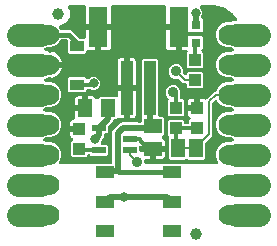
<source format=gbr>
G04 EAGLE Gerber RS-274X export*
G75*
%MOMM*%
%FSLAX34Y34*%
%LPD*%
%INTop Copper*%
%IPPOS*%
%AMOC8*
5,1,8,0,0,1.08239X$1,22.5*%
G01*
%ADD10C,1.000000*%
%ADD11C,1.778000*%
%ADD12C,1.950000*%
%ADD13R,1.000000X4.600000*%
%ADD14R,1.600000X3.400000*%
%ADD15R,1.200000X0.550000*%
%ADD16R,0.800000X0.800000*%
%ADD17R,1.000000X1.075000*%
%ADD18R,1.500000X1.240000*%
%ADD19R,1.240000X1.500000*%
%ADD20R,1.500000X1.000000*%
%ADD21R,1.168400X1.600200*%
%ADD22R,0.635000X0.203200*%
%ADD23R,1.220000X0.910000*%
%ADD24C,0.406400*%
%ADD25C,0.304800*%
%ADD26C,0.800100*%
%ADD27C,0.508000*%
%ADD28C,0.906400*%
%ADD29C,0.203200*%
%ADD30C,0.177800*%

G36*
X52208Y69863D02*
X52208Y69863D01*
X52307Y69866D01*
X52350Y69879D01*
X65532Y69879D01*
X65650Y69894D01*
X65769Y69901D01*
X65807Y69914D01*
X65848Y69919D01*
X65958Y69962D01*
X66071Y69999D01*
X66106Y70021D01*
X66143Y70036D01*
X66239Y70105D01*
X66340Y70169D01*
X66368Y70199D01*
X66401Y70222D01*
X66477Y70314D01*
X66558Y70401D01*
X66578Y70436D01*
X66603Y70467D01*
X66654Y70575D01*
X66712Y70679D01*
X66722Y70719D01*
X66739Y70755D01*
X66761Y70872D01*
X66791Y70987D01*
X66795Y71047D01*
X66799Y71067D01*
X66797Y71088D01*
X66801Y71148D01*
X66801Y98309D01*
X73751Y105259D01*
X74108Y105259D01*
X74207Y105271D01*
X74306Y105274D01*
X74364Y105291D01*
X74424Y105299D01*
X74516Y105335D01*
X74611Y105363D01*
X74663Y105393D01*
X74720Y105416D01*
X74793Y105469D01*
X88365Y105469D01*
X88407Y105436D01*
X88498Y105396D01*
X88585Y105348D01*
X88643Y105333D01*
X88699Y105309D01*
X88797Y105294D01*
X88893Y105269D01*
X88993Y105263D01*
X89013Y105259D01*
X89026Y105261D01*
X89054Y105259D01*
X90417Y105259D01*
X90535Y105274D01*
X90654Y105281D01*
X90692Y105294D01*
X90733Y105299D01*
X90843Y105342D01*
X90956Y105379D01*
X90991Y105401D01*
X91028Y105416D01*
X91124Y105485D01*
X91225Y105549D01*
X91253Y105579D01*
X91286Y105602D01*
X91362Y105694D01*
X91443Y105781D01*
X91463Y105816D01*
X91488Y105847D01*
X91539Y105955D01*
X91597Y106059D01*
X91607Y106099D01*
X91624Y106135D01*
X91646Y106252D01*
X91676Y106367D01*
X91680Y106427D01*
X91684Y106447D01*
X91682Y106468D01*
X91686Y106528D01*
X91686Y109147D01*
X91789Y109250D01*
X91863Y109344D01*
X91941Y109433D01*
X91960Y109469D01*
X91984Y109501D01*
X92032Y109611D01*
X92086Y109717D01*
X92095Y109756D01*
X92111Y109793D01*
X92129Y109911D01*
X92156Y110027D01*
X92154Y110067D01*
X92161Y110107D01*
X92149Y110226D01*
X92146Y110345D01*
X92135Y110384D01*
X92131Y110424D01*
X92121Y110450D01*
X92121Y158187D01*
X93163Y159229D01*
X104637Y159229D01*
X105679Y158187D01*
X105679Y111458D01*
X105694Y111340D01*
X105701Y111221D01*
X105714Y111183D01*
X105719Y111142D01*
X105762Y111032D01*
X105799Y110919D01*
X105821Y110884D01*
X105836Y110847D01*
X105905Y110751D01*
X105969Y110650D01*
X105999Y110622D01*
X106022Y110589D01*
X106114Y110513D01*
X106201Y110432D01*
X106236Y110412D01*
X106267Y110387D01*
X106375Y110336D01*
X106479Y110278D01*
X106519Y110268D01*
X106555Y110251D01*
X106672Y110229D01*
X106787Y110199D01*
X106847Y110195D01*
X106867Y110191D01*
X106888Y110193D01*
X106948Y110189D01*
X109202Y110189D01*
X110244Y109147D01*
X110244Y95273D01*
X108873Y93902D01*
X108791Y93797D01*
X108706Y93696D01*
X108694Y93672D01*
X108678Y93651D01*
X108625Y93529D01*
X108567Y93410D01*
X108562Y93384D01*
X108551Y93359D01*
X108531Y93228D01*
X108504Y93098D01*
X108506Y93072D01*
X108502Y93045D01*
X108514Y92913D01*
X108521Y92781D01*
X108529Y92755D01*
X108531Y92728D01*
X108576Y92603D01*
X108616Y92477D01*
X108630Y92454D01*
X108639Y92429D01*
X108713Y92319D01*
X108783Y92207D01*
X108802Y92188D01*
X108818Y92166D01*
X108917Y92078D01*
X109012Y91986D01*
X109036Y91973D01*
X109056Y91955D01*
X109174Y91895D01*
X109289Y91830D01*
X109325Y91818D01*
X109339Y91811D01*
X109360Y91806D01*
X109442Y91779D01*
X109446Y91777D01*
X110025Y91443D01*
X110498Y90970D01*
X110833Y90391D01*
X111006Y89744D01*
X111006Y85749D01*
X102235Y85749D01*
X102117Y85734D01*
X101998Y85727D01*
X101960Y85714D01*
X101920Y85709D01*
X101809Y85665D01*
X101696Y85629D01*
X101661Y85607D01*
X101624Y85592D01*
X101528Y85522D01*
X101427Y85459D01*
X101399Y85429D01*
X101367Y85405D01*
X101291Y85314D01*
X101209Y85227D01*
X101190Y85192D01*
X101164Y85160D01*
X101113Y85053D01*
X101056Y84949D01*
X101045Y84909D01*
X101028Y84873D01*
X101006Y84756D01*
X100976Y84641D01*
X100972Y84580D01*
X100968Y84560D01*
X100970Y84540D01*
X100966Y84480D01*
X100966Y83209D01*
X100964Y83209D01*
X100964Y84480D01*
X100949Y84598D01*
X100942Y84717D01*
X100929Y84755D01*
X100924Y84795D01*
X100880Y84906D01*
X100844Y85019D01*
X100822Y85054D01*
X100807Y85091D01*
X100737Y85187D01*
X100674Y85288D01*
X100644Y85316D01*
X100620Y85348D01*
X100529Y85424D01*
X100442Y85506D01*
X100407Y85525D01*
X100375Y85551D01*
X100268Y85602D01*
X100164Y85659D01*
X100124Y85670D01*
X100088Y85687D01*
X99971Y85709D01*
X99856Y85739D01*
X99795Y85743D01*
X99775Y85747D01*
X99755Y85745D01*
X99695Y85749D01*
X90629Y85749D01*
X90511Y85734D01*
X90392Y85727D01*
X90354Y85714D01*
X90313Y85709D01*
X90203Y85665D01*
X90090Y85629D01*
X90055Y85607D01*
X90018Y85592D01*
X89922Y85522D01*
X89821Y85459D01*
X89793Y85429D01*
X89760Y85405D01*
X89684Y85314D01*
X89603Y85227D01*
X89583Y85192D01*
X89558Y85160D01*
X89507Y85053D01*
X89449Y84949D01*
X89439Y84909D01*
X89422Y84873D01*
X89400Y84756D01*
X89370Y84641D01*
X89366Y84580D01*
X89362Y84560D01*
X89364Y84540D01*
X89360Y84480D01*
X89360Y81940D01*
X89375Y81822D01*
X89382Y81703D01*
X89395Y81665D01*
X89400Y81625D01*
X89443Y81514D01*
X89480Y81401D01*
X89502Y81366D01*
X89517Y81329D01*
X89586Y81233D01*
X89650Y81132D01*
X89680Y81104D01*
X89703Y81071D01*
X89795Y80996D01*
X89882Y80914D01*
X89917Y80894D01*
X89948Y80869D01*
X90056Y80818D01*
X90160Y80760D01*
X90200Y80750D01*
X90236Y80733D01*
X90353Y80711D01*
X90468Y80681D01*
X90528Y80677D01*
X90548Y80673D01*
X90569Y80675D01*
X90629Y80671D01*
X98426Y80671D01*
X98426Y74469D01*
X95210Y74469D01*
X95092Y74454D01*
X94973Y74447D01*
X94935Y74434D01*
X94894Y74429D01*
X94784Y74386D01*
X94671Y74349D01*
X94636Y74327D01*
X94599Y74312D01*
X94503Y74243D01*
X94402Y74179D01*
X94374Y74149D01*
X94341Y74126D01*
X94265Y74034D01*
X94184Y73947D01*
X94164Y73912D01*
X94139Y73881D01*
X94088Y73773D01*
X94030Y73669D01*
X94020Y73629D01*
X94003Y73593D01*
X93981Y73476D01*
X93951Y73361D01*
X93947Y73301D01*
X93943Y73281D01*
X93945Y73260D01*
X93941Y73200D01*
X93941Y71120D01*
X93956Y71002D01*
X93963Y70883D01*
X93976Y70845D01*
X93981Y70804D01*
X94024Y70694D01*
X94061Y70581D01*
X94083Y70546D01*
X94098Y70509D01*
X94167Y70413D01*
X94231Y70312D01*
X94261Y70284D01*
X94284Y70251D01*
X94376Y70176D01*
X94463Y70094D01*
X94498Y70074D01*
X94529Y70049D01*
X94637Y69998D01*
X94741Y69940D01*
X94781Y69930D01*
X94817Y69913D01*
X94934Y69891D01*
X95049Y69861D01*
X95109Y69857D01*
X95129Y69853D01*
X95150Y69855D01*
X95210Y69851D01*
X108110Y69851D01*
X108208Y69863D01*
X108307Y69866D01*
X108350Y69879D01*
X125461Y69879D01*
X125530Y69861D01*
X125630Y69855D01*
X125650Y69851D01*
X125662Y69853D01*
X125690Y69851D01*
X155202Y69851D01*
X155340Y69868D01*
X155479Y69881D01*
X155498Y69888D01*
X155518Y69891D01*
X155647Y69942D01*
X155778Y69989D01*
X155795Y70000D01*
X155813Y70008D01*
X155925Y70089D01*
X156041Y70167D01*
X156054Y70183D01*
X156071Y70194D01*
X156159Y70302D01*
X156251Y70406D01*
X156261Y70424D01*
X156274Y70439D01*
X156333Y70565D01*
X156396Y70689D01*
X156400Y70709D01*
X156409Y70727D01*
X156435Y70864D01*
X156466Y70999D01*
X156465Y71020D01*
X156469Y71040D01*
X156460Y71178D01*
X156456Y71317D01*
X156450Y71337D01*
X156449Y71357D01*
X156406Y71489D01*
X156368Y71623D01*
X156357Y71640D01*
X156351Y71659D01*
X156277Y71777D01*
X156206Y71897D01*
X156187Y71918D01*
X156181Y71928D01*
X156166Y71942D01*
X156100Y72018D01*
X156055Y72062D01*
X154431Y75983D01*
X154431Y80227D01*
X156055Y84148D01*
X159057Y87150D01*
X162978Y88774D01*
X166728Y88774D01*
X166737Y88775D01*
X166747Y88774D01*
X166895Y88795D01*
X167044Y88814D01*
X167052Y88817D01*
X167061Y88818D01*
X167214Y88870D01*
X169053Y89632D01*
X169174Y89701D01*
X169297Y89766D01*
X169312Y89780D01*
X169330Y89790D01*
X169429Y89886D01*
X169532Y89980D01*
X169544Y89997D01*
X169558Y90011D01*
X169631Y90130D01*
X169707Y90246D01*
X169714Y90265D01*
X169724Y90282D01*
X169765Y90415D01*
X169810Y90547D01*
X169812Y90567D01*
X169818Y90586D01*
X169825Y90725D01*
X169836Y90864D01*
X169832Y90884D01*
X169833Y90904D01*
X169805Y91040D01*
X169781Y91177D01*
X169773Y91196D01*
X169769Y91215D01*
X169708Y91341D01*
X169651Y91467D01*
X169638Y91483D01*
X169629Y91501D01*
X169539Y91607D01*
X169452Y91715D01*
X169436Y91728D01*
X169423Y91743D01*
X169309Y91823D01*
X169198Y91907D01*
X169173Y91919D01*
X169163Y91926D01*
X169144Y91933D01*
X169053Y91978D01*
X167214Y92740D01*
X167205Y92742D01*
X167197Y92747D01*
X167052Y92784D01*
X166907Y92824D01*
X166898Y92824D01*
X166889Y92826D01*
X166728Y92836D01*
X162978Y92836D01*
X159057Y94460D01*
X156055Y97462D01*
X154431Y101383D01*
X154431Y105627D01*
X156055Y109548D01*
X159057Y112550D01*
X162978Y114174D01*
X166728Y114174D01*
X166737Y114175D01*
X166747Y114174D01*
X166895Y114195D01*
X167044Y114214D01*
X167052Y114217D01*
X167061Y114218D01*
X167214Y114270D01*
X169053Y115032D01*
X169174Y115101D01*
X169297Y115166D01*
X169312Y115180D01*
X169330Y115190D01*
X169429Y115286D01*
X169532Y115380D01*
X169544Y115397D01*
X169558Y115411D01*
X169631Y115530D01*
X169707Y115646D01*
X169714Y115665D01*
X169724Y115682D01*
X169765Y115815D01*
X169810Y115947D01*
X169812Y115967D01*
X169818Y115986D01*
X169825Y116125D01*
X169836Y116264D01*
X169832Y116284D01*
X169833Y116304D01*
X169805Y116440D01*
X169781Y116577D01*
X169773Y116596D01*
X169769Y116615D01*
X169708Y116741D01*
X169651Y116867D01*
X169638Y116883D01*
X169629Y116901D01*
X169539Y117007D01*
X169452Y117115D01*
X169436Y117128D01*
X169423Y117143D01*
X169309Y117223D01*
X169198Y117307D01*
X169173Y117319D01*
X169163Y117326D01*
X169144Y117333D01*
X169053Y117378D01*
X167214Y118140D01*
X167205Y118142D01*
X167197Y118147D01*
X167052Y118184D01*
X166907Y118224D01*
X166898Y118224D01*
X166889Y118226D01*
X166728Y118236D01*
X162978Y118236D01*
X159057Y119860D01*
X156055Y122862D01*
X155605Y123950D01*
X155580Y123993D01*
X155563Y124040D01*
X155502Y124131D01*
X155447Y124226D01*
X155412Y124262D01*
X155385Y124303D01*
X155302Y124376D01*
X155226Y124455D01*
X155183Y124481D01*
X155146Y124514D01*
X155048Y124563D01*
X154955Y124621D01*
X154907Y124636D01*
X154863Y124658D01*
X154756Y124682D01*
X154651Y124715D01*
X154601Y124717D01*
X154553Y124728D01*
X154443Y124724D01*
X154333Y124730D01*
X154285Y124720D01*
X154235Y124718D01*
X154129Y124688D01*
X154022Y124665D01*
X153977Y124644D01*
X153929Y124630D01*
X153835Y124574D01*
X153736Y124526D01*
X153698Y124493D01*
X153655Y124468D01*
X153535Y124362D01*
X151629Y122457D01*
X151569Y122378D01*
X151501Y122306D01*
X151472Y122253D01*
X151435Y122205D01*
X151395Y122115D01*
X151347Y122028D01*
X151332Y121969D01*
X151308Y121914D01*
X151293Y121816D01*
X151268Y121720D01*
X151262Y121620D01*
X151258Y121599D01*
X151260Y121587D01*
X151258Y121559D01*
X151258Y94145D01*
X145152Y88040D01*
X145092Y87961D01*
X145024Y87889D01*
X144995Y87836D01*
X144958Y87788D01*
X144918Y87697D01*
X144870Y87611D01*
X144855Y87552D01*
X144831Y87497D01*
X144816Y87399D01*
X144791Y87303D01*
X144785Y87203D01*
X144781Y87183D01*
X144783Y87170D01*
X144781Y87142D01*
X144781Y75082D01*
X143739Y74040D01*
X130581Y74040D01*
X130437Y74184D01*
X130343Y74257D01*
X130254Y74336D01*
X130218Y74354D01*
X130186Y74379D01*
X130077Y74426D01*
X129971Y74480D01*
X129931Y74489D01*
X129894Y74505D01*
X129777Y74524D01*
X129661Y74550D01*
X129620Y74549D01*
X129580Y74555D01*
X129461Y74544D01*
X129343Y74540D01*
X129304Y74529D01*
X129264Y74525D01*
X129151Y74485D01*
X129037Y74452D01*
X129002Y74431D01*
X128964Y74418D01*
X128866Y74351D01*
X128763Y74290D01*
X128718Y74251D01*
X128701Y74239D01*
X128688Y74224D01*
X128642Y74184D01*
X128499Y74040D01*
X115341Y74040D01*
X114299Y75082D01*
X114299Y92581D01*
X114365Y92655D01*
X114383Y92691D01*
X114408Y92723D01*
X114455Y92832D01*
X114509Y92938D01*
X114518Y92977D01*
X114534Y93015D01*
X114553Y93132D01*
X114579Y93248D01*
X114578Y93289D01*
X114584Y93329D01*
X114573Y93447D01*
X114569Y93566D01*
X114558Y93605D01*
X114554Y93645D01*
X114514Y93757D01*
X114481Y93872D01*
X114460Y93906D01*
X114447Y93945D01*
X114380Y94043D01*
X114319Y94146D01*
X114280Y94191D01*
X114268Y94208D01*
X114253Y94221D01*
X114213Y94266D01*
X113871Y94608D01*
X113871Y106832D01*
X114913Y107874D01*
X126387Y107874D01*
X127429Y106832D01*
X127429Y105292D01*
X127444Y105174D01*
X127451Y105055D01*
X127464Y105017D01*
X127469Y104976D01*
X127512Y104866D01*
X127549Y104753D01*
X127571Y104718D01*
X127586Y104681D01*
X127655Y104585D01*
X127719Y104484D01*
X127749Y104456D01*
X127772Y104423D01*
X127864Y104347D01*
X127951Y104266D01*
X127986Y104246D01*
X128017Y104221D01*
X128125Y104170D01*
X128229Y104112D01*
X128269Y104102D01*
X128305Y104085D01*
X128422Y104063D01*
X128537Y104033D01*
X128597Y104029D01*
X128617Y104025D01*
X128638Y104027D01*
X128698Y104023D01*
X130382Y104023D01*
X130500Y104038D01*
X130619Y104045D01*
X130657Y104058D01*
X130698Y104063D01*
X130808Y104106D01*
X130921Y104143D01*
X130956Y104165D01*
X130993Y104180D01*
X131089Y104249D01*
X131190Y104313D01*
X131218Y104343D01*
X131251Y104366D01*
X131327Y104458D01*
X131408Y104545D01*
X131428Y104580D01*
X131453Y104611D01*
X131504Y104719D01*
X131562Y104823D01*
X131572Y104863D01*
X131589Y104899D01*
X131611Y105016D01*
X131641Y105131D01*
X131645Y105191D01*
X131649Y105211D01*
X131647Y105232D01*
X131651Y105292D01*
X131651Y106832D01*
X132768Y107949D01*
X132845Y108048D01*
X132927Y108143D01*
X132942Y108173D01*
X132963Y108200D01*
X133013Y108315D01*
X133069Y108428D01*
X133076Y108461D01*
X133089Y108492D01*
X133109Y108616D01*
X133135Y108739D01*
X133134Y108772D01*
X133139Y108806D01*
X133127Y108931D01*
X133122Y109057D01*
X133112Y109089D01*
X133109Y109122D01*
X133067Y109241D01*
X133031Y109361D01*
X133013Y109390D01*
X133002Y109422D01*
X132931Y109526D01*
X132866Y109633D01*
X132842Y109657D01*
X132823Y109685D01*
X132729Y109768D01*
X132639Y109856D01*
X132598Y109883D01*
X132585Y109895D01*
X132565Y109905D01*
X132505Y109945D01*
X131870Y110312D01*
X131397Y110785D01*
X131062Y111364D01*
X130889Y112011D01*
X130889Y115221D01*
X137200Y115221D01*
X137318Y115236D01*
X137437Y115243D01*
X137475Y115255D01*
X137515Y115261D01*
X137626Y115304D01*
X137739Y115341D01*
X137773Y115363D01*
X137811Y115378D01*
X137907Y115447D01*
X138008Y115511D01*
X138036Y115541D01*
X138068Y115564D01*
X138144Y115656D01*
X138226Y115743D01*
X138245Y115778D01*
X138271Y115809D01*
X138322Y115917D01*
X138379Y116021D01*
X138389Y116061D01*
X138407Y116097D01*
X138429Y116214D01*
X138459Y116329D01*
X138463Y116389D01*
X138466Y116409D01*
X138465Y116430D01*
X138469Y116490D01*
X138469Y117681D01*
X139660Y117681D01*
X139778Y117696D01*
X139897Y117703D01*
X139935Y117716D01*
X139976Y117721D01*
X140086Y117765D01*
X140199Y117801D01*
X140234Y117823D01*
X140271Y117838D01*
X140367Y117908D01*
X140468Y117971D01*
X140496Y118001D01*
X140529Y118025D01*
X140605Y118116D01*
X140686Y118203D01*
X140706Y118238D01*
X140731Y118270D01*
X140782Y118377D01*
X140840Y118482D01*
X140850Y118521D01*
X140867Y118557D01*
X140889Y118674D01*
X140919Y118790D01*
X140923Y118850D01*
X140927Y118870D01*
X140925Y118890D01*
X140929Y118950D01*
X140929Y125636D01*
X143764Y125636D01*
X144411Y125463D01*
X145007Y125118D01*
X145069Y125070D01*
X145158Y124991D01*
X145194Y124973D01*
X145226Y124948D01*
X145336Y124901D01*
X145442Y124847D01*
X145481Y124838D01*
X145518Y124822D01*
X145636Y124803D01*
X145752Y124777D01*
X145792Y124778D01*
X145832Y124772D01*
X145951Y124783D01*
X146070Y124787D01*
X146109Y124798D01*
X146149Y124802D01*
X146261Y124842D01*
X146375Y124875D01*
X146410Y124895D01*
X146448Y124909D01*
X146547Y124976D01*
X146649Y125037D01*
X146694Y125076D01*
X146711Y125088D01*
X146725Y125103D01*
X146770Y125143D01*
X153200Y131573D01*
X153809Y131573D01*
X153838Y131576D01*
X153868Y131574D01*
X153996Y131596D01*
X154125Y131613D01*
X154152Y131623D01*
X154181Y131628D01*
X154300Y131682D01*
X154420Y131730D01*
X154444Y131747D01*
X154471Y131759D01*
X154573Y131840D01*
X154678Y131916D01*
X154697Y131939D01*
X154720Y131958D01*
X154798Y132061D01*
X154881Y132161D01*
X154893Y132188D01*
X154911Y132212D01*
X154982Y132356D01*
X156055Y134948D01*
X159057Y137950D01*
X162978Y139574D01*
X166728Y139574D01*
X166737Y139575D01*
X166747Y139574D01*
X166895Y139595D01*
X167044Y139614D01*
X167052Y139617D01*
X167061Y139618D01*
X167214Y139670D01*
X169053Y140432D01*
X169174Y140501D01*
X169297Y140566D01*
X169312Y140580D01*
X169330Y140590D01*
X169429Y140686D01*
X169532Y140780D01*
X169544Y140797D01*
X169558Y140811D01*
X169631Y140930D01*
X169707Y141046D01*
X169714Y141065D01*
X169724Y141082D01*
X169765Y141215D01*
X169810Y141347D01*
X169812Y141367D01*
X169818Y141386D01*
X169825Y141525D01*
X169836Y141664D01*
X169832Y141684D01*
X169833Y141704D01*
X169805Y141840D01*
X169781Y141977D01*
X169773Y141996D01*
X169769Y142015D01*
X169708Y142141D01*
X169651Y142267D01*
X169638Y142283D01*
X169629Y142301D01*
X169539Y142407D01*
X169452Y142515D01*
X169436Y142528D01*
X169423Y142543D01*
X169309Y142623D01*
X169198Y142707D01*
X169173Y142719D01*
X169163Y142726D01*
X169144Y142733D01*
X169053Y142778D01*
X167214Y143540D01*
X167205Y143542D01*
X167197Y143547D01*
X167052Y143584D01*
X166907Y143624D01*
X166898Y143624D01*
X166889Y143626D01*
X166728Y143636D01*
X162978Y143636D01*
X159057Y145260D01*
X156055Y148262D01*
X154431Y152183D01*
X154431Y156427D01*
X156055Y160348D01*
X159057Y163350D01*
X162978Y164974D01*
X166728Y164974D01*
X166737Y164975D01*
X166747Y164974D01*
X166895Y164995D01*
X167044Y165014D01*
X167052Y165017D01*
X167061Y165018D01*
X167214Y165070D01*
X169053Y165832D01*
X169174Y165901D01*
X169297Y165966D01*
X169312Y165980D01*
X169330Y165990D01*
X169429Y166086D01*
X169532Y166180D01*
X169544Y166197D01*
X169558Y166211D01*
X169631Y166330D01*
X169707Y166446D01*
X169714Y166465D01*
X169724Y166482D01*
X169765Y166615D01*
X169810Y166747D01*
X169812Y166767D01*
X169818Y166786D01*
X169825Y166925D01*
X169836Y167064D01*
X169832Y167084D01*
X169833Y167104D01*
X169805Y167240D01*
X169781Y167377D01*
X169773Y167396D01*
X169769Y167415D01*
X169708Y167541D01*
X169651Y167667D01*
X169638Y167683D01*
X169629Y167701D01*
X169539Y167807D01*
X169452Y167915D01*
X169436Y167928D01*
X169423Y167943D01*
X169309Y168023D01*
X169198Y168107D01*
X169173Y168119D01*
X169163Y168126D01*
X169144Y168133D01*
X169053Y168178D01*
X167214Y168940D01*
X167205Y168942D01*
X167197Y168947D01*
X167052Y168984D01*
X166907Y169024D01*
X166898Y169024D01*
X166889Y169026D01*
X166728Y169036D01*
X162978Y169036D01*
X159057Y170660D01*
X156055Y173662D01*
X154431Y177583D01*
X154431Y181827D01*
X156055Y185748D01*
X159057Y188750D01*
X162978Y190374D01*
X166728Y190374D01*
X166737Y190375D01*
X166747Y190374D01*
X166895Y190395D01*
X167044Y190414D01*
X167052Y190417D01*
X167061Y190418D01*
X167214Y190470D01*
X169057Y191234D01*
X170844Y191234D01*
X170883Y191239D01*
X170923Y191236D01*
X171041Y191259D01*
X171159Y191274D01*
X171196Y191288D01*
X171236Y191296D01*
X171344Y191347D01*
X171455Y191391D01*
X171487Y191414D01*
X171523Y191431D01*
X171616Y191507D01*
X171713Y191577D01*
X171738Y191608D01*
X171769Y191633D01*
X171839Y191730D01*
X171915Y191822D01*
X171932Y191858D01*
X171956Y191891D01*
X172000Y192002D01*
X172051Y192110D01*
X172058Y192149D01*
X172073Y192186D01*
X172088Y192305D01*
X172111Y192422D01*
X172108Y192462D01*
X172113Y192502D01*
X172098Y192621D01*
X172091Y192740D01*
X172079Y192778D01*
X172074Y192817D01*
X172030Y192929D01*
X171993Y193042D01*
X171972Y193076D01*
X171957Y193113D01*
X171871Y193249D01*
X168693Y197622D01*
X168612Y197709D01*
X168536Y197801D01*
X168490Y197839D01*
X168476Y197854D01*
X168458Y197865D01*
X168412Y197903D01*
X166805Y199071D01*
X162948Y201874D01*
X162844Y201931D01*
X162744Y201995D01*
X162687Y202017D01*
X162669Y202027D01*
X162649Y202032D01*
X162594Y202054D01*
X156170Y204141D01*
X156102Y204154D01*
X156036Y204177D01*
X155877Y204200D01*
X152500Y204465D01*
X152478Y204464D01*
X152400Y204469D01*
X142048Y204469D01*
X141910Y204452D01*
X141772Y204439D01*
X141753Y204432D01*
X141732Y204429D01*
X141603Y204378D01*
X141472Y204331D01*
X141456Y204320D01*
X141437Y204312D01*
X141325Y204231D01*
X141209Y204153D01*
X141196Y204137D01*
X141179Y204126D01*
X141091Y204018D01*
X140999Y203914D01*
X140990Y203896D01*
X140977Y203881D01*
X140917Y203755D01*
X140854Y203631D01*
X140850Y203611D01*
X140841Y203593D01*
X140815Y203456D01*
X140785Y203321D01*
X140785Y203300D01*
X140781Y203281D01*
X140790Y203142D01*
X140794Y203003D01*
X140800Y202983D01*
X140801Y202963D01*
X140844Y202831D01*
X140883Y202697D01*
X140893Y202680D01*
X140899Y202661D01*
X140973Y202543D01*
X141044Y202423D01*
X141063Y202402D01*
X141069Y202392D01*
X141084Y202378D01*
X141151Y202303D01*
X142059Y201394D01*
X142939Y199270D01*
X142939Y196970D01*
X142210Y195211D01*
X142208Y195202D01*
X142203Y195194D01*
X142166Y195048D01*
X142126Y194904D01*
X142126Y194895D01*
X142124Y194886D01*
X142114Y194725D01*
X142114Y194562D01*
X142126Y194464D01*
X142129Y194365D01*
X142146Y194307D01*
X142154Y194247D01*
X142190Y194155D01*
X142218Y194060D01*
X142248Y194008D01*
X142271Y193951D01*
X142329Y193871D01*
X142379Y193786D01*
X142445Y193711D01*
X142457Y193694D01*
X142467Y193686D01*
X142485Y193665D01*
X143574Y192577D01*
X143574Y183103D01*
X142532Y182061D01*
X134710Y182061D01*
X134592Y182046D01*
X134473Y182039D01*
X134435Y182026D01*
X134394Y182021D01*
X134284Y181978D01*
X134171Y181941D01*
X134136Y181919D01*
X134099Y181904D01*
X134002Y181835D01*
X133902Y181771D01*
X133874Y181741D01*
X133841Y181718D01*
X133765Y181626D01*
X133684Y181539D01*
X133664Y181504D01*
X133639Y181473D01*
X133588Y181365D01*
X133530Y181261D01*
X133520Y181221D01*
X133503Y181185D01*
X133481Y181068D01*
X133451Y180953D01*
X133447Y180893D01*
X133443Y180873D01*
X133445Y180852D01*
X133441Y180792D01*
X133441Y179888D01*
X133456Y179770D01*
X133463Y179651D01*
X133475Y179613D01*
X133481Y179572D01*
X133524Y179462D01*
X133561Y179349D01*
X133583Y179314D01*
X133598Y179277D01*
X133667Y179181D01*
X133731Y179080D01*
X133761Y179052D01*
X133784Y179019D01*
X133876Y178943D01*
X133963Y178862D01*
X133998Y178842D01*
X134029Y178817D01*
X134137Y178766D01*
X134241Y178708D01*
X134281Y178698D01*
X134317Y178681D01*
X134434Y178659D01*
X134549Y178629D01*
X134609Y178625D01*
X134629Y178621D01*
X134650Y178623D01*
X134710Y178619D01*
X142532Y178619D01*
X143574Y177577D01*
X143574Y168103D01*
X142520Y167050D01*
X142448Y166956D01*
X142369Y166867D01*
X142350Y166831D01*
X142326Y166799D01*
X142278Y166690D01*
X142224Y166583D01*
X142215Y166544D01*
X142199Y166507D01*
X142181Y166389D01*
X142154Y166273D01*
X142156Y166233D01*
X142149Y166193D01*
X142161Y166074D01*
X142164Y165955D01*
X142175Y165916D01*
X142179Y165876D01*
X142219Y165764D01*
X142253Y165650D01*
X142273Y165615D01*
X142287Y165577D01*
X142354Y165478D01*
X142414Y165376D01*
X142454Y165331D01*
X142465Y165314D01*
X142481Y165300D01*
X142520Y165255D01*
X143304Y164472D01*
X143304Y152248D01*
X142262Y151206D01*
X130788Y151206D01*
X129746Y152248D01*
X129746Y164472D01*
X130017Y164742D01*
X130102Y164852D01*
X130191Y164959D01*
X130200Y164978D01*
X130212Y164994D01*
X130267Y165122D01*
X130326Y165247D01*
X130330Y165267D01*
X130338Y165286D01*
X130360Y165424D01*
X130386Y165560D01*
X130385Y165580D01*
X130388Y165600D01*
X130375Y165739D01*
X130366Y165877D01*
X130360Y165896D01*
X130358Y165916D01*
X130311Y166047D01*
X130268Y166179D01*
X130258Y166197D01*
X130251Y166216D01*
X130173Y166330D01*
X130098Y166448D01*
X130084Y166462D01*
X130072Y166479D01*
X129968Y166571D01*
X129867Y166666D01*
X129849Y166676D01*
X129834Y166689D01*
X129710Y166752D01*
X129588Y166820D01*
X129569Y166825D01*
X129551Y166834D01*
X129415Y166864D01*
X129280Y166899D01*
X129252Y166901D01*
X129240Y166904D01*
X129220Y166903D01*
X129120Y166909D01*
X125439Y166909D01*
X125439Y185180D01*
X125424Y185298D01*
X125417Y185417D01*
X125404Y185455D01*
X125399Y185495D01*
X125355Y185606D01*
X125319Y185719D01*
X125297Y185754D01*
X125282Y185791D01*
X125212Y185887D01*
X125149Y185988D01*
X125119Y186016D01*
X125095Y186048D01*
X125004Y186124D01*
X124917Y186206D01*
X124882Y186225D01*
X124850Y186251D01*
X124743Y186302D01*
X124639Y186359D01*
X124599Y186370D01*
X124563Y186387D01*
X124446Y186409D01*
X124331Y186439D01*
X124270Y186443D01*
X124250Y186447D01*
X124230Y186445D01*
X124170Y186449D01*
X122899Y186449D01*
X122899Y187720D01*
X122884Y187838D01*
X122877Y187957D01*
X122864Y187995D01*
X122859Y188035D01*
X122815Y188146D01*
X122779Y188259D01*
X122757Y188294D01*
X122742Y188331D01*
X122672Y188427D01*
X122609Y188528D01*
X122579Y188556D01*
X122555Y188588D01*
X122464Y188664D01*
X122377Y188746D01*
X122342Y188765D01*
X122310Y188791D01*
X122203Y188842D01*
X122099Y188899D01*
X122059Y188910D01*
X122023Y188927D01*
X121906Y188949D01*
X121791Y188979D01*
X121730Y188983D01*
X121710Y188987D01*
X121690Y188985D01*
X121630Y188989D01*
X112359Y188989D01*
X112359Y203200D01*
X112344Y203318D01*
X112337Y203437D01*
X112324Y203475D01*
X112319Y203516D01*
X112276Y203626D01*
X112239Y203739D01*
X112217Y203774D01*
X112202Y203811D01*
X112133Y203907D01*
X112069Y204008D01*
X112039Y204036D01*
X112016Y204069D01*
X111924Y204145D01*
X111837Y204226D01*
X111802Y204246D01*
X111771Y204271D01*
X111663Y204322D01*
X111559Y204380D01*
X111519Y204390D01*
X111483Y204407D01*
X111366Y204429D01*
X111251Y204459D01*
X111191Y204463D01*
X111171Y204467D01*
X111150Y204465D01*
X111090Y204469D01*
X66710Y204469D01*
X66592Y204454D01*
X66473Y204447D01*
X66435Y204434D01*
X66394Y204429D01*
X66284Y204386D01*
X66171Y204349D01*
X66136Y204327D01*
X66099Y204312D01*
X66003Y204243D01*
X65902Y204179D01*
X65874Y204149D01*
X65841Y204126D01*
X65765Y204034D01*
X65684Y203947D01*
X65664Y203912D01*
X65639Y203881D01*
X65588Y203773D01*
X65530Y203669D01*
X65520Y203629D01*
X65503Y203593D01*
X65481Y203476D01*
X65451Y203361D01*
X65447Y203301D01*
X65443Y203281D01*
X65445Y203260D01*
X65441Y203200D01*
X65441Y188989D01*
X56170Y188989D01*
X56052Y188974D01*
X55933Y188967D01*
X55895Y188954D01*
X55855Y188949D01*
X55744Y188905D01*
X55631Y188869D01*
X55596Y188847D01*
X55559Y188832D01*
X55463Y188762D01*
X55362Y188699D01*
X55334Y188669D01*
X55302Y188645D01*
X55226Y188554D01*
X55144Y188467D01*
X55125Y188432D01*
X55099Y188400D01*
X55048Y188293D01*
X54991Y188189D01*
X54980Y188149D01*
X54963Y188113D01*
X54941Y187996D01*
X54911Y187881D01*
X54907Y187820D01*
X54903Y187800D01*
X54905Y187780D01*
X54901Y187720D01*
X54901Y186449D01*
X54899Y186449D01*
X54899Y187720D01*
X54884Y187838D01*
X54877Y187957D01*
X54864Y187995D01*
X54859Y188035D01*
X54815Y188146D01*
X54779Y188259D01*
X54757Y188294D01*
X54742Y188331D01*
X54672Y188427D01*
X54609Y188528D01*
X54579Y188556D01*
X54555Y188588D01*
X54464Y188664D01*
X54377Y188746D01*
X54342Y188765D01*
X54310Y188791D01*
X54203Y188842D01*
X54099Y188899D01*
X54059Y188910D01*
X54023Y188927D01*
X53906Y188949D01*
X53791Y188979D01*
X53730Y188983D01*
X53710Y188987D01*
X53690Y188985D01*
X53630Y188989D01*
X44359Y188989D01*
X44359Y203200D01*
X44344Y203318D01*
X44337Y203437D01*
X44324Y203475D01*
X44319Y203516D01*
X44276Y203626D01*
X44239Y203739D01*
X44217Y203774D01*
X44202Y203811D01*
X44133Y203907D01*
X44069Y204008D01*
X44039Y204036D01*
X44016Y204069D01*
X43924Y204145D01*
X43837Y204226D01*
X43802Y204246D01*
X43771Y204271D01*
X43663Y204322D01*
X43559Y204380D01*
X43519Y204390D01*
X43483Y204407D01*
X43366Y204429D01*
X43251Y204459D01*
X43191Y204463D01*
X43171Y204467D01*
X43150Y204465D01*
X43090Y204469D01*
X30568Y204469D01*
X30437Y204453D01*
X30305Y204442D01*
X30280Y204433D01*
X30253Y204429D01*
X30130Y204381D01*
X30005Y204337D01*
X29982Y204322D01*
X29957Y204312D01*
X29850Y204235D01*
X29740Y204161D01*
X29722Y204141D01*
X29700Y204126D01*
X29615Y204023D01*
X29527Y203925D01*
X29514Y203901D01*
X29497Y203881D01*
X29441Y203761D01*
X29379Y203644D01*
X29373Y203617D01*
X29362Y203593D01*
X29337Y203463D01*
X29306Y203334D01*
X29307Y203307D01*
X29302Y203281D01*
X29310Y203149D01*
X29313Y203016D01*
X29320Y202990D01*
X29321Y202963D01*
X29362Y202837D01*
X29398Y202710D01*
X29415Y202675D01*
X29420Y202661D01*
X29431Y202642D01*
X29469Y202565D01*
X30869Y200141D01*
X30869Y194829D01*
X28212Y190228D01*
X23611Y187571D01*
X22889Y187571D01*
X22840Y187565D01*
X22790Y187567D01*
X22683Y187545D01*
X22573Y187531D01*
X22527Y187513D01*
X22479Y187503D01*
X22380Y187455D01*
X22278Y187414D01*
X22238Y187385D01*
X22193Y187363D01*
X22109Y187292D01*
X22020Y187228D01*
X21989Y187189D01*
X21951Y187157D01*
X21888Y187067D01*
X21818Y186983D01*
X21796Y186938D01*
X21768Y186897D01*
X21729Y186794D01*
X21682Y186695D01*
X21673Y186646D01*
X21655Y186600D01*
X21643Y186490D01*
X21622Y186383D01*
X21625Y186333D01*
X21620Y186284D01*
X21635Y186175D01*
X21642Y186065D01*
X21657Y186018D01*
X21664Y185969D01*
X21716Y185816D01*
X22345Y184299D01*
X22359Y184274D01*
X22368Y184246D01*
X22438Y184136D01*
X22502Y184023D01*
X22523Y184002D01*
X22539Y183977D01*
X22633Y183888D01*
X22724Y183795D01*
X22749Y183779D01*
X22770Y183759D01*
X22884Y183696D01*
X22995Y183628D01*
X23023Y183620D01*
X23049Y183605D01*
X23174Y183573D01*
X23299Y183535D01*
X23328Y183533D01*
X23357Y183526D01*
X23517Y183516D01*
X31423Y183516D01*
X38194Y176745D01*
X38272Y176685D01*
X38344Y176617D01*
X38397Y176588D01*
X38445Y176551D01*
X38536Y176511D01*
X38623Y176463D01*
X38681Y176448D01*
X38737Y176424D01*
X38835Y176409D01*
X38931Y176384D01*
X39031Y176378D01*
X39051Y176374D01*
X39063Y176376D01*
X39091Y176374D01*
X43090Y176374D01*
X43208Y176389D01*
X43327Y176396D01*
X43365Y176409D01*
X43406Y176414D01*
X43516Y176457D01*
X43629Y176494D01*
X43664Y176516D01*
X43701Y176531D01*
X43797Y176600D01*
X43898Y176664D01*
X43926Y176694D01*
X43959Y176717D01*
X44035Y176809D01*
X44116Y176896D01*
X44136Y176931D01*
X44161Y176962D01*
X44212Y177070D01*
X44270Y177174D01*
X44280Y177214D01*
X44297Y177250D01*
X44319Y177367D01*
X44349Y177482D01*
X44353Y177542D01*
X44357Y177562D01*
X44355Y177583D01*
X44359Y177643D01*
X44359Y183911D01*
X52361Y183911D01*
X52361Y166909D01*
X46566Y166909D01*
X46307Y166979D01*
X46182Y166996D01*
X46058Y167019D01*
X46025Y167017D01*
X45991Y167022D01*
X45866Y167007D01*
X45741Y167000D01*
X45709Y166989D01*
X45676Y166985D01*
X45558Y166940D01*
X45439Y166902D01*
X45410Y166884D01*
X45379Y166871D01*
X45276Y166799D01*
X45170Y166731D01*
X45147Y166707D01*
X45119Y166687D01*
X45038Y166591D01*
X44952Y166500D01*
X44936Y166470D01*
X44914Y166445D01*
X44859Y166331D01*
X44798Y166221D01*
X44790Y166189D01*
X44775Y166158D01*
X44750Y166035D01*
X44719Y165913D01*
X44716Y165865D01*
X44712Y165847D01*
X44713Y165825D01*
X44709Y165753D01*
X44709Y164758D01*
X43667Y163716D01*
X29993Y163716D01*
X28951Y164758D01*
X28951Y174625D01*
X28936Y174743D01*
X28929Y174862D01*
X28916Y174900D01*
X28911Y174941D01*
X28868Y175051D01*
X28831Y175164D01*
X28809Y175199D01*
X28794Y175236D01*
X28725Y175332D01*
X28661Y175433D01*
X28631Y175461D01*
X28608Y175494D01*
X28516Y175570D01*
X28429Y175651D01*
X28394Y175671D01*
X28363Y175696D01*
X28255Y175747D01*
X28151Y175805D01*
X28111Y175815D01*
X28075Y175832D01*
X27958Y175854D01*
X27843Y175884D01*
X27783Y175888D01*
X27763Y175892D01*
X27742Y175890D01*
X27682Y175894D01*
X23517Y175894D01*
X23488Y175891D01*
X23459Y175893D01*
X23330Y175871D01*
X23202Y175854D01*
X23174Y175844D01*
X23145Y175839D01*
X23027Y175785D01*
X22906Y175737D01*
X22882Y175720D01*
X22855Y175708D01*
X22754Y175627D01*
X22649Y175551D01*
X22630Y175528D01*
X22607Y175509D01*
X22529Y175406D01*
X22446Y175306D01*
X22433Y175279D01*
X22416Y175255D01*
X22345Y175111D01*
X21745Y173662D01*
X18743Y170660D01*
X14822Y169036D01*
X11072Y169036D01*
X11063Y169035D01*
X11053Y169036D01*
X10905Y169015D01*
X10756Y168996D01*
X10748Y168993D01*
X10739Y168992D01*
X10586Y168940D01*
X9631Y168544D01*
X9605Y168529D01*
X9577Y168520D01*
X9467Y168451D01*
X9355Y168386D01*
X9333Y168366D01*
X9308Y168350D01*
X9219Y168255D01*
X9126Y168165D01*
X9111Y168140D01*
X9090Y168118D01*
X9028Y168004D01*
X8960Y167894D01*
X8951Y167866D01*
X8937Y167839D01*
X8905Y167714D01*
X8867Y167590D01*
X8865Y167560D01*
X8858Y167531D01*
X8858Y167402D01*
X8851Y167272D01*
X8857Y167243D01*
X8857Y167213D01*
X8889Y167088D01*
X8916Y166961D01*
X8929Y166934D01*
X8936Y166905D01*
X8998Y166792D01*
X9055Y166675D01*
X9075Y166653D01*
X9089Y166626D01*
X9178Y166532D01*
X9262Y166433D01*
X9286Y166416D01*
X9307Y166394D01*
X9416Y166325D01*
X9522Y166250D01*
X9550Y166240D01*
X9575Y166224D01*
X9725Y166164D01*
X11002Y165749D01*
X11028Y165744D01*
X11077Y165725D01*
X11078Y165725D01*
X11168Y165695D01*
X12892Y164817D01*
X13184Y164605D01*
X13219Y164586D01*
X13249Y164560D01*
X13358Y164509D01*
X13463Y164451D01*
X13501Y164442D01*
X13537Y164425D01*
X13655Y164402D01*
X13771Y164372D01*
X13810Y164372D01*
X13850Y164365D01*
X13969Y164372D01*
X14089Y164372D01*
X14127Y164382D01*
X14167Y164385D01*
X14281Y164421D01*
X14397Y164451D01*
X14432Y164470D01*
X14469Y164483D01*
X14571Y164547D01*
X14675Y164604D01*
X14704Y164631D01*
X14738Y164653D01*
X14820Y164740D01*
X14907Y164822D01*
X14929Y164855D01*
X14956Y164884D01*
X15014Y164989D01*
X15078Y165090D01*
X15090Y165128D01*
X15110Y165163D01*
X15139Y165279D01*
X15177Y165393D01*
X15179Y165432D01*
X15189Y165471D01*
X15190Y165484D01*
X15377Y165454D01*
X17088Y164898D01*
X18691Y164082D01*
X20147Y163024D01*
X21419Y161752D01*
X22477Y160296D01*
X23293Y158693D01*
X23849Y156982D01*
X23877Y156804D01*
X13930Y156804D01*
X13812Y156789D01*
X13693Y156782D01*
X13655Y156769D01*
X13615Y156764D01*
X13504Y156721D01*
X13391Y156684D01*
X13357Y156662D01*
X13319Y156647D01*
X13223Y156578D01*
X13122Y156514D01*
X13094Y156484D01*
X13062Y156461D01*
X12986Y156369D01*
X12904Y156282D01*
X12885Y156247D01*
X12859Y156216D01*
X12808Y156108D01*
X12751Y156004D01*
X12741Y155964D01*
X12723Y155928D01*
X12701Y155811D01*
X12671Y155696D01*
X12667Y155636D01*
X12664Y155616D01*
X12665Y155595D01*
X12661Y155535D01*
X12661Y153075D01*
X12676Y152957D01*
X12683Y152838D01*
X12696Y152800D01*
X12701Y152759D01*
X12745Y152649D01*
X12781Y152536D01*
X12803Y152501D01*
X12818Y152464D01*
X12888Y152367D01*
X12951Y152267D01*
X12981Y152239D01*
X13005Y152206D01*
X13096Y152130D01*
X13183Y152049D01*
X13218Y152029D01*
X13250Y152004D01*
X13357Y151953D01*
X13462Y151895D01*
X13501Y151885D01*
X13537Y151868D01*
X13654Y151846D01*
X13770Y151816D01*
X13830Y151812D01*
X13850Y151808D01*
X13870Y151810D01*
X13930Y151806D01*
X23877Y151806D01*
X23849Y151628D01*
X23293Y149917D01*
X22477Y148314D01*
X21419Y146858D01*
X20147Y145586D01*
X18691Y144528D01*
X17088Y143712D01*
X15377Y143156D01*
X15184Y143125D01*
X15174Y143175D01*
X15159Y143294D01*
X15145Y143331D01*
X15137Y143370D01*
X15086Y143479D01*
X15042Y143590D01*
X15019Y143622D01*
X15002Y143658D01*
X14926Y143750D01*
X14856Y143847D01*
X14825Y143873D01*
X14799Y143903D01*
X14703Y143974D01*
X14611Y144050D01*
X14575Y144067D01*
X14542Y144090D01*
X14431Y144135D01*
X14323Y144185D01*
X14284Y144193D01*
X14247Y144208D01*
X14128Y144223D01*
X14011Y144245D01*
X13971Y144243D01*
X13931Y144248D01*
X13812Y144233D01*
X13693Y144225D01*
X13655Y144213D01*
X13616Y144208D01*
X13504Y144164D01*
X13391Y144127D01*
X13357Y144106D01*
X13320Y144092D01*
X13184Y144005D01*
X12892Y143793D01*
X11168Y142915D01*
X11078Y142885D01*
X11053Y142874D01*
X11002Y142861D01*
X9725Y142446D01*
X9697Y142433D01*
X9668Y142426D01*
X9554Y142366D01*
X9437Y142310D01*
X9414Y142291D01*
X9387Y142277D01*
X9291Y142190D01*
X9192Y142108D01*
X9174Y142084D01*
X9152Y142063D01*
X9081Y141955D01*
X9005Y141850D01*
X8994Y141823D01*
X8977Y141798D01*
X8935Y141676D01*
X8888Y141555D01*
X8884Y141525D01*
X8874Y141497D01*
X8864Y141368D01*
X8848Y141239D01*
X8851Y141210D01*
X8849Y141180D01*
X8871Y141052D01*
X8887Y140924D01*
X8898Y140896D01*
X8903Y140867D01*
X8956Y140748D01*
X9004Y140628D01*
X9022Y140604D01*
X9034Y140577D01*
X9115Y140475D01*
X9191Y140371D01*
X9214Y140352D01*
X9232Y140328D01*
X9336Y140250D01*
X9436Y140168D01*
X9463Y140155D01*
X9487Y140137D01*
X9631Y140066D01*
X10586Y139670D01*
X10595Y139668D01*
X10603Y139663D01*
X10748Y139626D01*
X10893Y139586D01*
X10902Y139586D01*
X10911Y139584D01*
X11072Y139574D01*
X14822Y139574D01*
X18743Y137950D01*
X21745Y134948D01*
X23369Y131027D01*
X23369Y126783D01*
X21745Y122862D01*
X18743Y119860D01*
X14822Y118236D01*
X11072Y118236D01*
X11063Y118235D01*
X11053Y118236D01*
X10905Y118215D01*
X10756Y118196D01*
X10748Y118193D01*
X10739Y118192D01*
X10586Y118140D01*
X8747Y117378D01*
X8626Y117309D01*
X8503Y117244D01*
X8488Y117230D01*
X8470Y117220D01*
X8371Y117124D01*
X8268Y117030D01*
X8256Y117013D01*
X8242Y116999D01*
X8169Y116880D01*
X8093Y116764D01*
X8086Y116745D01*
X8076Y116728D01*
X8035Y116595D01*
X7990Y116463D01*
X7988Y116443D01*
X7982Y116424D01*
X7975Y116285D01*
X7964Y116146D01*
X7968Y116126D01*
X7967Y116106D01*
X7995Y115970D01*
X8019Y115833D01*
X8027Y115814D01*
X8031Y115795D01*
X8092Y115669D01*
X8149Y115543D01*
X8162Y115527D01*
X8171Y115509D01*
X8261Y115403D01*
X8348Y115295D01*
X8364Y115282D01*
X8377Y115267D01*
X8491Y115187D01*
X8602Y115103D01*
X8627Y115091D01*
X8637Y115084D01*
X8656Y115077D01*
X8747Y115032D01*
X10586Y114270D01*
X10595Y114268D01*
X10603Y114263D01*
X10748Y114226D01*
X10893Y114186D01*
X10902Y114186D01*
X10911Y114184D01*
X11072Y114174D01*
X14822Y114174D01*
X18743Y112550D01*
X21745Y109548D01*
X23369Y105627D01*
X23369Y101383D01*
X21745Y97462D01*
X18743Y94460D01*
X14822Y92836D01*
X11072Y92836D01*
X11063Y92835D01*
X11053Y92836D01*
X10905Y92815D01*
X10756Y92796D01*
X10748Y92793D01*
X10739Y92792D01*
X10586Y92740D01*
X8747Y91978D01*
X8626Y91909D01*
X8503Y91844D01*
X8488Y91830D01*
X8470Y91820D01*
X8371Y91724D01*
X8268Y91630D01*
X8256Y91613D01*
X8242Y91599D01*
X8169Y91480D01*
X8093Y91364D01*
X8086Y91345D01*
X8076Y91328D01*
X8035Y91195D01*
X7990Y91063D01*
X7988Y91043D01*
X7982Y91024D01*
X7975Y90885D01*
X7964Y90746D01*
X7968Y90726D01*
X7967Y90706D01*
X7995Y90570D01*
X8019Y90433D01*
X8027Y90414D01*
X8031Y90395D01*
X8092Y90269D01*
X8149Y90143D01*
X8162Y90127D01*
X8171Y90109D01*
X8261Y90003D01*
X8348Y89895D01*
X8364Y89882D01*
X8377Y89867D01*
X8491Y89787D01*
X8602Y89703D01*
X8627Y89691D01*
X8637Y89684D01*
X8656Y89677D01*
X8747Y89632D01*
X10586Y88870D01*
X10595Y88868D01*
X10603Y88863D01*
X10748Y88826D01*
X10893Y88786D01*
X10902Y88786D01*
X10911Y88784D01*
X11072Y88774D01*
X14822Y88774D01*
X18743Y87150D01*
X21745Y84148D01*
X23369Y80227D01*
X23369Y75983D01*
X21745Y72062D01*
X21700Y72018D01*
X21615Y71908D01*
X21526Y71801D01*
X21518Y71782D01*
X21505Y71766D01*
X21450Y71639D01*
X21391Y71513D01*
X21387Y71493D01*
X21379Y71474D01*
X21357Y71337D01*
X21331Y71201D01*
X21332Y71180D01*
X21329Y71160D01*
X21342Y71022D01*
X21351Y70883D01*
X21357Y70864D01*
X21359Y70844D01*
X21406Y70712D01*
X21449Y70581D01*
X21460Y70564D01*
X21467Y70544D01*
X21545Y70430D01*
X21619Y70312D01*
X21634Y70298D01*
X21645Y70281D01*
X21749Y70190D01*
X21851Y70094D01*
X21868Y70084D01*
X21884Y70071D01*
X22007Y70008D01*
X22129Y69940D01*
X22149Y69935D01*
X22167Y69926D01*
X22303Y69896D01*
X22437Y69861D01*
X22465Y69859D01*
X22477Y69857D01*
X22498Y69857D01*
X22598Y69851D01*
X52110Y69851D01*
X52208Y69863D01*
G37*
%LPC*%
G36*
X32998Y75786D02*
X32998Y75786D01*
X31956Y76828D01*
X31956Y89052D01*
X33073Y90168D01*
X33150Y90268D01*
X33232Y90363D01*
X33247Y90393D01*
X33268Y90420D01*
X33318Y90535D01*
X33374Y90648D01*
X33381Y90681D01*
X33394Y90712D01*
X33414Y90836D01*
X33440Y90959D01*
X33439Y90992D01*
X33444Y91026D01*
X33432Y91151D01*
X33427Y91276D01*
X33417Y91309D01*
X33414Y91342D01*
X33372Y91461D01*
X33336Y91581D01*
X33318Y91610D01*
X33307Y91642D01*
X33236Y91746D01*
X33171Y91853D01*
X33147Y91877D01*
X33128Y91905D01*
X33034Y91988D01*
X32944Y92076D01*
X32903Y92103D01*
X32890Y92115D01*
X32870Y92125D01*
X32810Y92165D01*
X32175Y92532D01*
X31702Y93005D01*
X31367Y93584D01*
X31194Y94231D01*
X31194Y97441D01*
X37505Y97441D01*
X37623Y97456D01*
X37742Y97463D01*
X37780Y97475D01*
X37820Y97481D01*
X37931Y97524D01*
X38044Y97561D01*
X38078Y97583D01*
X38116Y97598D01*
X38212Y97667D01*
X38313Y97731D01*
X38341Y97761D01*
X38373Y97784D01*
X38449Y97876D01*
X38531Y97963D01*
X38550Y97998D01*
X38576Y98029D01*
X38627Y98137D01*
X38684Y98241D01*
X38694Y98281D01*
X38712Y98317D01*
X38734Y98434D01*
X38764Y98549D01*
X38768Y98609D01*
X38771Y98629D01*
X38770Y98650D01*
X38774Y98710D01*
X38774Y101170D01*
X38759Y101288D01*
X38752Y101407D01*
X38739Y101445D01*
X38734Y101486D01*
X38690Y101596D01*
X38654Y101709D01*
X38632Y101744D01*
X38617Y101781D01*
X38547Y101877D01*
X38484Y101978D01*
X38454Y102006D01*
X38430Y102039D01*
X38339Y102115D01*
X38252Y102196D01*
X38217Y102216D01*
X38185Y102241D01*
X38078Y102292D01*
X37973Y102350D01*
X37934Y102360D01*
X37898Y102377D01*
X37781Y102399D01*
X37665Y102429D01*
X37605Y102433D01*
X37585Y102437D01*
X37565Y102435D01*
X37505Y102439D01*
X31194Y102439D01*
X31194Y105649D01*
X31367Y106296D01*
X31702Y106875D01*
X32175Y107348D01*
X32754Y107683D01*
X33401Y107856D01*
X33923Y107856D01*
X34048Y107872D01*
X34174Y107881D01*
X34205Y107891D01*
X34239Y107896D01*
X34356Y107942D01*
X34475Y107982D01*
X34503Y108000D01*
X34535Y108013D01*
X34636Y108087D01*
X34742Y108155D01*
X34765Y108180D01*
X34792Y108199D01*
X34872Y108296D01*
X34957Y108389D01*
X34973Y108418D01*
X34995Y108444D01*
X35048Y108558D01*
X35108Y108669D01*
X35116Y108702D01*
X35130Y108732D01*
X35154Y108855D01*
X35184Y108978D01*
X35184Y109011D01*
X35190Y109044D01*
X35182Y109170D01*
X35181Y109296D01*
X35171Y109344D01*
X35170Y109362D01*
X35164Y109382D01*
X35149Y109454D01*
X35099Y109640D01*
X35099Y114936D01*
X42570Y114936D01*
X42688Y114951D01*
X42807Y114958D01*
X42845Y114971D01*
X42885Y114976D01*
X42996Y115019D01*
X43109Y115056D01*
X43144Y115078D01*
X43181Y115093D01*
X43277Y115163D01*
X43378Y115226D01*
X43406Y115256D01*
X43438Y115280D01*
X43514Y115371D01*
X43596Y115458D01*
X43615Y115493D01*
X43641Y115524D01*
X43692Y115632D01*
X43749Y115736D01*
X43760Y115776D01*
X43777Y115812D01*
X43799Y115929D01*
X43829Y116044D01*
X43833Y116105D01*
X43837Y116125D01*
X43835Y116145D01*
X43839Y116205D01*
X43839Y117476D01*
X45110Y117476D01*
X45228Y117491D01*
X45347Y117498D01*
X45385Y117511D01*
X45425Y117516D01*
X45536Y117560D01*
X45649Y117596D01*
X45684Y117618D01*
X45721Y117633D01*
X45817Y117703D01*
X45918Y117766D01*
X45946Y117796D01*
X45978Y117820D01*
X46054Y117911D01*
X46136Y117998D01*
X46155Y118033D01*
X46181Y118065D01*
X46232Y118172D01*
X46289Y118276D01*
X46300Y118316D01*
X46317Y118352D01*
X46339Y118469D01*
X46369Y118584D01*
X46373Y118645D01*
X46377Y118665D01*
X46375Y118685D01*
X46379Y118745D01*
X46379Y127516D01*
X50374Y127516D01*
X51021Y127343D01*
X51600Y127008D01*
X52073Y126535D01*
X52408Y125956D01*
X52409Y125952D01*
X52459Y125829D01*
X52503Y125705D01*
X52519Y125682D01*
X52529Y125657D01*
X52608Y125551D01*
X52682Y125441D01*
X52702Y125424D01*
X52718Y125402D01*
X52821Y125318D01*
X52920Y125231D01*
X52945Y125219D01*
X52966Y125202D01*
X53086Y125146D01*
X53204Y125086D01*
X53230Y125080D01*
X53255Y125069D01*
X53385Y125046D01*
X53514Y125017D01*
X53541Y125017D01*
X53568Y125013D01*
X53699Y125022D01*
X53832Y125026D01*
X53858Y125034D01*
X53885Y125036D01*
X54010Y125078D01*
X54137Y125115D01*
X54161Y125128D01*
X54186Y125137D01*
X54298Y125209D01*
X54411Y125276D01*
X54440Y125301D01*
X54453Y125310D01*
X54468Y125326D01*
X54532Y125383D01*
X55903Y126754D01*
X70090Y126754D01*
X70208Y126769D01*
X70327Y126776D01*
X70365Y126789D01*
X70406Y126794D01*
X70516Y126837D01*
X70629Y126874D01*
X70664Y126896D01*
X70701Y126911D01*
X70797Y126980D01*
X70898Y127044D01*
X70926Y127074D01*
X70959Y127097D01*
X71035Y127189D01*
X71116Y127276D01*
X71136Y127311D01*
X71161Y127342D01*
X71212Y127450D01*
X71270Y127554D01*
X71280Y127594D01*
X71297Y127630D01*
X71319Y127747D01*
X71349Y127862D01*
X71353Y127922D01*
X71357Y127942D01*
X71355Y127963D01*
X71359Y128023D01*
X71359Y131951D01*
X76401Y131951D01*
X76401Y108909D01*
X73566Y108909D01*
X72919Y109082D01*
X72332Y109421D01*
X72229Y109465D01*
X72129Y109516D01*
X72083Y109526D01*
X72039Y109545D01*
X71928Y109561D01*
X71818Y109586D01*
X71771Y109584D01*
X71725Y109591D01*
X71613Y109579D01*
X71500Y109576D01*
X71455Y109563D01*
X71408Y109558D01*
X71303Y109519D01*
X71195Y109488D01*
X71154Y109464D01*
X71110Y109447D01*
X71018Y109383D01*
X70921Y109326D01*
X70867Y109278D01*
X70849Y109266D01*
X70837Y109252D01*
X70800Y109220D01*
X69777Y108196D01*
X68428Y108196D01*
X68310Y108181D01*
X68191Y108174D01*
X68153Y108161D01*
X68112Y108156D01*
X68002Y108113D01*
X67889Y108076D01*
X67854Y108054D01*
X67817Y108039D01*
X67721Y107970D01*
X67620Y107906D01*
X67592Y107876D01*
X67559Y107853D01*
X67483Y107761D01*
X67402Y107674D01*
X67382Y107639D01*
X67357Y107608D01*
X67306Y107500D01*
X67248Y107396D01*
X67238Y107356D01*
X67221Y107320D01*
X67199Y107203D01*
X67169Y107088D01*
X67165Y107028D01*
X67161Y107008D01*
X67163Y106987D01*
X67159Y106927D01*
X67159Y106412D01*
X63729Y102983D01*
X63669Y102905D01*
X63601Y102832D01*
X63572Y102779D01*
X63535Y102732D01*
X63495Y102641D01*
X63447Y102554D01*
X63432Y102495D01*
X63408Y102440D01*
X63393Y102342D01*
X63368Y102246D01*
X63362Y102146D01*
X63358Y102126D01*
X63360Y102113D01*
X63358Y102085D01*
X63358Y97453D01*
X62316Y96411D01*
X61167Y96411D01*
X61049Y96396D01*
X60930Y96389D01*
X60892Y96376D01*
X60851Y96371D01*
X60741Y96328D01*
X60628Y96291D01*
X60593Y96269D01*
X60556Y96254D01*
X60460Y96185D01*
X60359Y96121D01*
X60331Y96091D01*
X60298Y96068D01*
X60222Y95976D01*
X60141Y95889D01*
X60121Y95854D01*
X60096Y95823D01*
X60045Y95715D01*
X59987Y95611D01*
X59977Y95571D01*
X59960Y95535D01*
X59938Y95418D01*
X59908Y95303D01*
X59904Y95243D01*
X59900Y95223D01*
X59902Y95202D01*
X59898Y95142D01*
X59898Y93160D01*
X58221Y91483D01*
X58160Y91405D01*
X58092Y91333D01*
X58063Y91280D01*
X58026Y91232D01*
X57987Y91141D01*
X57939Y91054D01*
X57924Y90996D01*
X57900Y90940D01*
X57884Y90842D01*
X57859Y90747D01*
X57853Y90647D01*
X57850Y90626D01*
X57851Y90614D01*
X57849Y90586D01*
X57849Y90290D01*
X56993Y88224D01*
X56980Y88176D01*
X56959Y88131D01*
X56938Y88023D01*
X56909Y87917D01*
X56908Y87867D01*
X56899Y87818D01*
X56906Y87709D01*
X56904Y87599D01*
X56916Y87551D01*
X56919Y87501D01*
X56953Y87397D01*
X56978Y87290D01*
X57002Y87246D01*
X57017Y87199D01*
X57076Y87106D01*
X57127Y87009D01*
X57160Y86972D01*
X57187Y86930D01*
X57267Y86855D01*
X57341Y86773D01*
X57382Y86746D01*
X57419Y86712D01*
X57515Y86659D01*
X57607Y86599D01*
X57654Y86582D01*
X57697Y86558D01*
X57803Y86531D01*
X57907Y86495D01*
X57957Y86491D01*
X58005Y86479D01*
X58166Y86469D01*
X62316Y86469D01*
X63358Y85427D01*
X63358Y78453D01*
X62316Y77411D01*
X48842Y77411D01*
X47988Y78265D01*
X47910Y78326D01*
X47838Y78394D01*
X47784Y78423D01*
X47737Y78460D01*
X47646Y78500D01*
X47559Y78548D01*
X47501Y78563D01*
X47445Y78587D01*
X47347Y78602D01*
X47251Y78627D01*
X47151Y78633D01*
X47131Y78637D01*
X47119Y78635D01*
X47091Y78637D01*
X46783Y78637D01*
X46665Y78622D01*
X46546Y78615D01*
X46508Y78602D01*
X46467Y78597D01*
X46357Y78554D01*
X46244Y78517D01*
X46209Y78495D01*
X46172Y78480D01*
X46076Y78411D01*
X45975Y78347D01*
X45947Y78317D01*
X45914Y78294D01*
X45838Y78202D01*
X45757Y78115D01*
X45737Y78080D01*
X45712Y78049D01*
X45661Y77941D01*
X45603Y77837D01*
X45593Y77797D01*
X45576Y77761D01*
X45554Y77644D01*
X45524Y77529D01*
X45520Y77469D01*
X45516Y77449D01*
X45518Y77428D01*
X45514Y77368D01*
X45514Y76828D01*
X44472Y75786D01*
X32998Y75786D01*
G37*
%LPD*%
%LPC*%
G36*
X130788Y134206D02*
X130788Y134206D01*
X129746Y135248D01*
X129746Y137296D01*
X129731Y137414D01*
X129724Y137533D01*
X129711Y137571D01*
X129706Y137612D01*
X129663Y137722D01*
X129626Y137835D01*
X129604Y137870D01*
X129589Y137907D01*
X129520Y138003D01*
X129456Y138104D01*
X129426Y138132D01*
X129403Y138165D01*
X129311Y138241D01*
X129224Y138322D01*
X129189Y138342D01*
X129158Y138367D01*
X129050Y138418D01*
X128946Y138476D01*
X128906Y138486D01*
X128870Y138503D01*
X128753Y138525D01*
X128638Y138555D01*
X128578Y138559D01*
X128558Y138563D01*
X128537Y138561D01*
X128477Y138565D01*
X126722Y138565D01*
X123285Y142003D01*
X123262Y142021D01*
X123242Y142043D01*
X123136Y142118D01*
X123034Y142198D01*
X123006Y142209D01*
X122982Y142226D01*
X122861Y142272D01*
X122742Y142324D01*
X122713Y142329D01*
X122685Y142339D01*
X122556Y142353D01*
X122428Y142374D01*
X122398Y142371D01*
X122369Y142374D01*
X122240Y142356D01*
X122111Y142344D01*
X122083Y142334D01*
X122054Y142330D01*
X121906Y142279D01*
X119395Y142279D01*
X117075Y143240D01*
X115300Y145015D01*
X114339Y147335D01*
X114339Y149845D01*
X115300Y152165D01*
X117075Y153940D01*
X119395Y154901D01*
X121905Y154901D01*
X124225Y153940D01*
X126000Y152165D01*
X126961Y149845D01*
X126961Y147333D01*
X126954Y147310D01*
X126941Y147283D01*
X126912Y147157D01*
X126878Y147032D01*
X126878Y147002D01*
X126871Y146973D01*
X126875Y146843D01*
X126873Y146714D01*
X126880Y146685D01*
X126881Y146655D01*
X126917Y146530D01*
X126947Y146404D01*
X126961Y146378D01*
X126969Y146350D01*
X127035Y146238D01*
X127096Y146123D01*
X127116Y146101D01*
X127131Y146076D01*
X127237Y145955D01*
X127580Y145613D01*
X127689Y145528D01*
X127796Y145439D01*
X127815Y145430D01*
X127831Y145418D01*
X127959Y145362D01*
X128084Y145303D01*
X128104Y145300D01*
X128123Y145292D01*
X128261Y145270D01*
X128397Y145244D01*
X128417Y145245D01*
X128437Y145242D01*
X128576Y145255D01*
X128714Y145263D01*
X128733Y145270D01*
X128753Y145271D01*
X128885Y145319D01*
X129016Y145361D01*
X129034Y145372D01*
X129053Y145379D01*
X129168Y145457D01*
X129285Y145532D01*
X129299Y145546D01*
X129316Y145558D01*
X129408Y145662D01*
X129503Y145763D01*
X129513Y145781D01*
X129526Y145796D01*
X129590Y145920D01*
X129657Y146042D01*
X129662Y146061D01*
X129671Y146079D01*
X129701Y146215D01*
X129736Y146350D01*
X129738Y146378D01*
X129741Y146390D01*
X129740Y146410D01*
X129746Y146510D01*
X129746Y147472D01*
X130788Y148514D01*
X142262Y148514D01*
X143304Y147472D01*
X143304Y135248D01*
X142262Y134206D01*
X130788Y134206D01*
G37*
%LPD*%
%LPC*%
G36*
X114913Y110566D02*
X114913Y110566D01*
X113871Y111608D01*
X113871Y123832D01*
X114120Y124080D01*
X114193Y124175D01*
X114272Y124264D01*
X114290Y124300D01*
X114315Y124332D01*
X114362Y124441D01*
X114416Y124547D01*
X114425Y124586D01*
X114441Y124624D01*
X114460Y124741D01*
X114486Y124857D01*
X114485Y124898D01*
X114491Y124938D01*
X114480Y125056D01*
X114476Y125175D01*
X114465Y125214D01*
X114461Y125254D01*
X114421Y125366D01*
X114388Y125481D01*
X114367Y125515D01*
X114354Y125554D01*
X114287Y125652D01*
X114226Y125755D01*
X114186Y125800D01*
X114175Y125817D01*
X114160Y125830D01*
X114120Y125875D01*
X112760Y127235D01*
X111799Y129555D01*
X111799Y132065D01*
X112760Y134385D01*
X114535Y136160D01*
X116855Y137121D01*
X119365Y137121D01*
X121685Y136160D01*
X123460Y134385D01*
X124421Y132065D01*
X124421Y129555D01*
X124049Y128658D01*
X124047Y128649D01*
X124042Y128641D01*
X124005Y128496D01*
X123965Y128351D01*
X123965Y128342D01*
X123963Y128333D01*
X123953Y128172D01*
X123953Y126143D01*
X123968Y126025D01*
X123975Y125906D01*
X123988Y125868D01*
X123993Y125827D01*
X124036Y125717D01*
X124073Y125604D01*
X124095Y125569D01*
X124110Y125532D01*
X124179Y125436D01*
X124243Y125335D01*
X124273Y125307D01*
X124296Y125274D01*
X124388Y125198D01*
X124475Y125117D01*
X124510Y125097D01*
X124541Y125072D01*
X124649Y125021D01*
X124753Y124963D01*
X124793Y124953D01*
X124829Y124936D01*
X124946Y124914D01*
X125061Y124884D01*
X125121Y124880D01*
X125141Y124876D01*
X125162Y124878D01*
X125222Y124874D01*
X126387Y124874D01*
X127429Y123832D01*
X127429Y111608D01*
X126387Y110566D01*
X114913Y110566D01*
G37*
%LPD*%
%LPC*%
G36*
X29993Y130966D02*
X29993Y130966D01*
X28951Y132008D01*
X28951Y142582D01*
X29993Y143624D01*
X43667Y143624D01*
X44846Y142444D01*
X44940Y142371D01*
X45030Y142293D01*
X45065Y142274D01*
X45097Y142249D01*
X45207Y142202D01*
X45313Y142148D01*
X45352Y142139D01*
X45389Y142123D01*
X45507Y142104D01*
X45623Y142078D01*
X45663Y142079D01*
X45703Y142073D01*
X45822Y142084D01*
X45941Y142088D01*
X45980Y142099D01*
X46020Y142103D01*
X46132Y142143D01*
X46246Y142176D01*
X46281Y142197D01*
X46319Y142211D01*
X46418Y142277D01*
X46520Y142338D01*
X46566Y142378D01*
X46582Y142389D01*
X46596Y142404D01*
X46641Y142444D01*
X47526Y143329D01*
X49650Y144209D01*
X51950Y144209D01*
X54074Y143329D01*
X55699Y141704D01*
X56579Y139580D01*
X56579Y137280D01*
X55699Y135156D01*
X54074Y133531D01*
X51950Y132651D01*
X49650Y132651D01*
X47526Y133531D01*
X47436Y133621D01*
X47358Y133681D01*
X47286Y133749D01*
X47233Y133778D01*
X47185Y133815D01*
X47094Y133855D01*
X47008Y133903D01*
X46949Y133918D01*
X46893Y133942D01*
X46795Y133957D01*
X46700Y133982D01*
X46600Y133988D01*
X46579Y133992D01*
X46567Y133990D01*
X46539Y133992D01*
X45978Y133992D01*
X45860Y133977D01*
X45741Y133970D01*
X45703Y133957D01*
X45662Y133952D01*
X45552Y133909D01*
X45439Y133872D01*
X45404Y133850D01*
X45367Y133835D01*
X45271Y133766D01*
X45170Y133702D01*
X45142Y133672D01*
X45109Y133649D01*
X45033Y133557D01*
X44952Y133470D01*
X44932Y133435D01*
X44907Y133404D01*
X44856Y133296D01*
X44798Y133192D01*
X44788Y133152D01*
X44771Y133116D01*
X44749Y132999D01*
X44719Y132884D01*
X44715Y132824D01*
X44711Y132804D01*
X44713Y132783D01*
X44709Y132723D01*
X44709Y132008D01*
X43667Y130966D01*
X29993Y130966D01*
G37*
%LPD*%
%LPC*%
G36*
X57439Y166909D02*
X57439Y166909D01*
X57439Y183911D01*
X65441Y183911D01*
X65441Y169116D01*
X65268Y168469D01*
X64933Y167890D01*
X64460Y167417D01*
X63881Y167082D01*
X63234Y166909D01*
X57439Y166909D01*
G37*
%LPD*%
%LPC*%
G36*
X114566Y166909D02*
X114566Y166909D01*
X113919Y167082D01*
X113340Y167417D01*
X112867Y167890D01*
X112532Y168469D01*
X112359Y169116D01*
X112359Y183911D01*
X120361Y183911D01*
X120361Y166909D01*
X114566Y166909D01*
G37*
%LPD*%
%LPC*%
G36*
X81399Y136949D02*
X81399Y136949D01*
X81399Y159991D01*
X84234Y159991D01*
X84881Y159818D01*
X85460Y159483D01*
X85933Y159010D01*
X86268Y158431D01*
X86441Y157784D01*
X86441Y136949D01*
X81399Y136949D01*
G37*
%LPD*%
%LPC*%
G36*
X81399Y108909D02*
X81399Y108909D01*
X81399Y131951D01*
X86441Y131951D01*
X86441Y111116D01*
X86268Y110469D01*
X85933Y109890D01*
X85460Y109417D01*
X84881Y109082D01*
X84234Y108909D01*
X81399Y108909D01*
G37*
%LPD*%
%LPC*%
G36*
X71359Y136949D02*
X71359Y136949D01*
X71359Y157784D01*
X71532Y158431D01*
X71867Y159010D01*
X72340Y159483D01*
X72919Y159818D01*
X73566Y159991D01*
X76401Y159991D01*
X76401Y136949D01*
X71359Y136949D01*
G37*
%LPD*%
%LPC*%
G36*
X35099Y120014D02*
X35099Y120014D01*
X35099Y125309D01*
X35272Y125956D01*
X35607Y126535D01*
X36080Y127008D01*
X36659Y127343D01*
X37306Y127516D01*
X41301Y127516D01*
X41301Y120014D01*
X35099Y120014D01*
G37*
%LPD*%
%LPC*%
G36*
X103504Y74469D02*
X103504Y74469D01*
X103504Y80671D01*
X111006Y80671D01*
X111006Y76676D01*
X110833Y76029D01*
X110498Y75450D01*
X110025Y74977D01*
X109446Y74642D01*
X108799Y74469D01*
X103504Y74469D01*
G37*
%LPD*%
G36*
X90282Y90079D02*
X90282Y90079D01*
X90387Y90083D01*
X90439Y90099D01*
X90493Y90106D01*
X90591Y90144D01*
X90692Y90175D01*
X90738Y90203D01*
X90788Y90223D01*
X90874Y90285D01*
X90964Y90339D01*
X91002Y90378D01*
X91046Y90409D01*
X91113Y90491D01*
X91187Y90566D01*
X91234Y90638D01*
X91248Y90654D01*
X91255Y90669D01*
X91276Y90700D01*
X91397Y90910D01*
X91449Y91033D01*
X91505Y91152D01*
X91510Y91179D01*
X91521Y91204D01*
X91540Y91335D01*
X91565Y91465D01*
X91563Y91491D01*
X91567Y91518D01*
X91553Y91650D01*
X91545Y91782D01*
X91537Y91808D01*
X91534Y91834D01*
X91488Y91959D01*
X91447Y92084D01*
X91433Y92107D01*
X91423Y92133D01*
X91348Y92241D01*
X91277Y92353D01*
X91257Y92372D01*
X91242Y92394D01*
X91142Y92480D01*
X91045Y92571D01*
X91022Y92584D01*
X91001Y92602D01*
X90883Y92661D01*
X90767Y92725D01*
X90741Y92731D01*
X90717Y92743D01*
X90587Y92771D01*
X90459Y92804D01*
X90421Y92806D01*
X90406Y92810D01*
X90384Y92809D01*
X90298Y92814D01*
X81686Y92814D01*
X81568Y92799D01*
X81449Y92792D01*
X81411Y92779D01*
X81371Y92774D01*
X81260Y92731D01*
X81147Y92694D01*
X81113Y92672D01*
X81075Y92657D01*
X80979Y92588D01*
X80878Y92524D01*
X80850Y92494D01*
X80818Y92471D01*
X80742Y92379D01*
X80660Y92292D01*
X80641Y92257D01*
X80615Y92226D01*
X80564Y92118D01*
X80507Y92014D01*
X80497Y91974D01*
X80479Y91938D01*
X80457Y91821D01*
X80427Y91706D01*
X80423Y91646D01*
X80420Y91626D01*
X80421Y91605D01*
X80417Y91545D01*
X80417Y91335D01*
X80432Y91217D01*
X80439Y91098D01*
X80452Y91060D01*
X80457Y91019D01*
X80501Y90909D01*
X80537Y90796D01*
X80559Y90761D01*
X80574Y90724D01*
X80644Y90627D01*
X80707Y90527D01*
X80737Y90499D01*
X80761Y90466D01*
X80852Y90390D01*
X80939Y90309D01*
X80974Y90289D01*
X81006Y90264D01*
X81113Y90213D01*
X81218Y90155D01*
X81257Y90145D01*
X81293Y90128D01*
X81410Y90106D01*
X81526Y90076D01*
X81586Y90072D01*
X81606Y90068D01*
X81626Y90070D01*
X81686Y90066D01*
X90177Y90066D01*
X90282Y90079D01*
G37*
%LPC*%
G36*
X130889Y120219D02*
X130889Y120219D01*
X130889Y123429D01*
X131062Y124076D01*
X131397Y124655D01*
X131870Y125128D01*
X132449Y125463D01*
X133096Y125636D01*
X135931Y125636D01*
X135931Y120219D01*
X130889Y120219D01*
G37*
%LPD*%
D10*
X137287Y10795D03*
D11*
X165100Y179705D03*
X165100Y154305D03*
X165100Y128905D03*
X165100Y103505D03*
X165100Y78105D03*
X165100Y52705D03*
X165100Y27305D03*
D12*
X171350Y179705D02*
X190850Y179705D01*
X190850Y154305D02*
X171350Y154305D01*
X171350Y128905D02*
X190850Y128905D01*
X190850Y103505D02*
X171350Y103505D01*
X171350Y78105D02*
X190850Y78105D01*
X190850Y52705D02*
X171350Y52705D01*
X171350Y27305D02*
X190850Y27305D01*
D11*
X12700Y27305D03*
X12700Y52705D03*
X12700Y78105D03*
X12700Y103505D03*
X12700Y128905D03*
X12700Y154305D03*
X12700Y179705D03*
D12*
X6450Y27305D02*
X-13050Y27305D01*
X-13050Y52705D02*
X6450Y52705D01*
X6450Y78105D02*
X-13050Y78105D01*
X-13050Y103505D02*
X6450Y103505D01*
X6450Y128905D02*
X-13050Y128905D01*
X-13050Y154305D02*
X6450Y154305D01*
X6450Y179705D02*
X-13050Y179705D01*
D10*
X20955Y197485D03*
D13*
X78900Y134450D03*
X98900Y134450D03*
D14*
X54900Y186450D03*
X122900Y186450D03*
D15*
X81581Y81940D03*
X81581Y91440D03*
X81581Y100940D03*
X55579Y100940D03*
X55579Y81940D03*
D16*
X137795Y172840D03*
X137795Y187840D03*
D17*
X136525Y158360D03*
X136525Y141360D03*
D18*
X100965Y102210D03*
X100965Y83210D03*
D17*
X38735Y82940D03*
X38735Y99940D03*
D19*
X62840Y117475D03*
X43840Y117475D03*
D20*
X60900Y13100D03*
X60900Y38100D03*
X60900Y63100D03*
X116900Y63100D03*
X116900Y38100D03*
X116900Y13100D03*
D17*
X120650Y117720D03*
X120650Y100720D03*
X138430Y100720D03*
X138430Y117720D03*
D21*
X121920Y83820D03*
X137160Y83820D03*
D22*
X129540Y83820D03*
D23*
X36830Y170045D03*
X36830Y137295D03*
D24*
X12700Y154305D02*
X-3300Y154305D01*
D25*
X122900Y186450D02*
X123975Y186450D01*
X129887Y180538D01*
X147320Y180538D01*
X88900Y91440D02*
X81581Y91440D01*
X97130Y83210D02*
X100965Y83210D01*
X97130Y83210D02*
X88900Y91440D01*
D24*
X29845Y179705D02*
X12700Y179705D01*
X-3300Y179705D01*
D26*
X137160Y198120D03*
D27*
X137795Y197485D01*
X137795Y187840D01*
X62840Y108201D02*
X55579Y100940D01*
X62840Y108201D02*
X62840Y117475D01*
X55579Y100940D02*
X55579Y94949D01*
X52070Y91440D01*
D26*
X52070Y91440D03*
D25*
X120650Y117720D02*
X120650Y129150D01*
X118990Y130810D01*
X118110Y130810D01*
D28*
X118110Y130810D03*
D24*
X36830Y172720D02*
X29845Y179705D01*
X36830Y172720D02*
X36830Y170045D01*
D27*
X98900Y134450D02*
X98900Y104275D01*
D25*
X100965Y102210D01*
D27*
X71120Y64370D02*
X67310Y64370D01*
X66040Y64370D01*
X75540Y100940D02*
X81581Y100940D01*
X71120Y96520D02*
X71120Y64370D01*
X71120Y96520D02*
X75540Y100940D01*
X64770Y63100D02*
X60900Y63100D01*
X64770Y63100D02*
X66040Y64370D01*
X99695Y100940D02*
X100965Y102210D01*
X99695Y100940D02*
X81581Y100940D01*
D24*
X71120Y64370D02*
X71990Y63500D01*
X116500Y63500D02*
X116900Y63100D01*
X116500Y63500D02*
X71990Y63500D01*
D25*
X136525Y171570D02*
X137795Y172840D01*
X136525Y171570D02*
X136525Y158360D01*
D29*
X81581Y81940D02*
X81581Y77999D01*
X87630Y71950D01*
D28*
X87630Y71950D03*
D29*
X127880Y141360D02*
X136525Y141360D01*
X127880Y141360D02*
X120650Y148590D01*
D28*
X120650Y148590D03*
D25*
X55579Y81940D02*
X39735Y81940D01*
X38735Y82940D01*
D27*
X64710Y41910D02*
X60900Y38100D01*
X113090Y41910D02*
X116900Y38100D01*
X113090Y41910D02*
X76200Y41910D01*
X64710Y41910D01*
D26*
X76200Y41910D03*
X50800Y138430D03*
D25*
X49665Y137295D02*
X36830Y137295D01*
X49665Y137295D02*
X50800Y138430D01*
X120650Y100720D02*
X138430Y100720D01*
X120650Y100720D02*
X120650Y85090D01*
X121920Y83820D01*
D30*
X154305Y128905D02*
X163830Y128905D01*
X148590Y95250D02*
X137160Y83820D01*
X148590Y123190D02*
X154305Y128905D01*
X148590Y123190D02*
X148590Y95250D01*
D24*
X165100Y128905D02*
X181100Y128905D01*
X163830Y128905D01*
M02*

</source>
